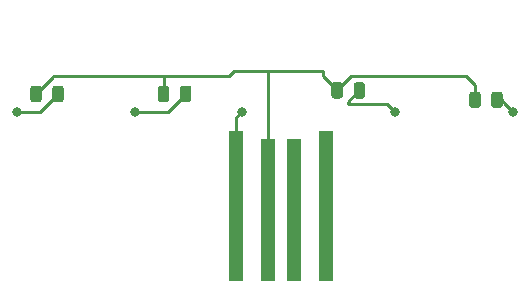
<source format=gbr>
%TF.GenerationSoftware,KiCad,Pcbnew,(5.1.9-0-10_14)*%
%TF.CreationDate,2021-02-22T22:45:40+08:00*%
%TF.ProjectId,sky_girlsday,736b795f-6769-4726-9c73-6461792e6b69,rev?*%
%TF.SameCoordinates,Original*%
%TF.FileFunction,Copper,L1,Top*%
%TF.FilePolarity,Positive*%
%FSLAX46Y46*%
G04 Gerber Fmt 4.6, Leading zero omitted, Abs format (unit mm)*
G04 Created by KiCad (PCBNEW (5.1.9-0-10_14)) date 2021-02-22 22:45:40*
%MOMM*%
%LPD*%
G01*
G04 APERTURE LIST*
%TA.AperFunction,SMDPad,CuDef*%
%ADD10R,1.270000X12.065000*%
%TD*%
%TA.AperFunction,SMDPad,CuDef*%
%ADD11R,1.270000X12.700000*%
%TD*%
%TA.AperFunction,ViaPad*%
%ADD12C,0.800000*%
%TD*%
%TA.AperFunction,Conductor*%
%ADD13C,0.250000*%
%TD*%
G04 APERTURE END LIST*
D10*
%TO.P,J1,4*%
%TO.N,GND*%
X110260500Y-148314800D03*
%TO.P,J1,3*%
%TO.N,N/C*%
X112419500Y-148314800D03*
D11*
%TO.P,J1,2*%
X115150000Y-148000000D03*
%TO.P,J1,1*%
%TO.N,+5V*%
X107530000Y-148000000D03*
%TD*%
%TO.P,D4,2*%
%TO.N,GND*%
%TA.AperFunction,SMDPad,CuDef*%
G36*
G01*
X128230000Y-138543750D02*
X128230000Y-139456250D01*
G75*
G02*
X127986250Y-139700000I-243750J0D01*
G01*
X127498750Y-139700000D01*
G75*
G02*
X127255000Y-139456250I0J243750D01*
G01*
X127255000Y-138543750D01*
G75*
G02*
X127498750Y-138300000I243750J0D01*
G01*
X127986250Y-138300000D01*
G75*
G02*
X128230000Y-138543750I0J-243750D01*
G01*
G37*
%TD.AperFunction*%
%TO.P,D4,1*%
%TO.N,Net-(D4-Pad1)*%
%TA.AperFunction,SMDPad,CuDef*%
G36*
G01*
X130105000Y-138543750D02*
X130105000Y-139456250D01*
G75*
G02*
X129861250Y-139700000I-243750J0D01*
G01*
X129373750Y-139700000D01*
G75*
G02*
X129130000Y-139456250I0J243750D01*
G01*
X129130000Y-138543750D01*
G75*
G02*
X129373750Y-138300000I243750J0D01*
G01*
X129861250Y-138300000D01*
G75*
G02*
X130105000Y-138543750I0J-243750D01*
G01*
G37*
%TD.AperFunction*%
%TD*%
%TO.P,D3,2*%
%TO.N,GND*%
%TA.AperFunction,SMDPad,CuDef*%
G36*
G01*
X116562500Y-137743750D02*
X116562500Y-138656250D01*
G75*
G02*
X116318750Y-138900000I-243750J0D01*
G01*
X115831250Y-138900000D01*
G75*
G02*
X115587500Y-138656250I0J243750D01*
G01*
X115587500Y-137743750D01*
G75*
G02*
X115831250Y-137500000I243750J0D01*
G01*
X116318750Y-137500000D01*
G75*
G02*
X116562500Y-137743750I0J-243750D01*
G01*
G37*
%TD.AperFunction*%
%TO.P,D3,1*%
%TO.N,Net-(D3-Pad1)*%
%TA.AperFunction,SMDPad,CuDef*%
G36*
G01*
X118437500Y-137743750D02*
X118437500Y-138656250D01*
G75*
G02*
X118193750Y-138900000I-243750J0D01*
G01*
X117706250Y-138900000D01*
G75*
G02*
X117462500Y-138656250I0J243750D01*
G01*
X117462500Y-137743750D01*
G75*
G02*
X117706250Y-137500000I243750J0D01*
G01*
X118193750Y-137500000D01*
G75*
G02*
X118437500Y-137743750I0J-243750D01*
G01*
G37*
%TD.AperFunction*%
%TD*%
%TO.P,D2,2*%
%TO.N,GND*%
%TA.AperFunction,SMDPad,CuDef*%
G36*
G01*
X101862500Y-138043750D02*
X101862500Y-138956250D01*
G75*
G02*
X101618750Y-139200000I-243750J0D01*
G01*
X101131250Y-139200000D01*
G75*
G02*
X100887500Y-138956250I0J243750D01*
G01*
X100887500Y-138043750D01*
G75*
G02*
X101131250Y-137800000I243750J0D01*
G01*
X101618750Y-137800000D01*
G75*
G02*
X101862500Y-138043750I0J-243750D01*
G01*
G37*
%TD.AperFunction*%
%TO.P,D2,1*%
%TO.N,Net-(D2-Pad1)*%
%TA.AperFunction,SMDPad,CuDef*%
G36*
G01*
X103737500Y-138043750D02*
X103737500Y-138956250D01*
G75*
G02*
X103493750Y-139200000I-243750J0D01*
G01*
X103006250Y-139200000D01*
G75*
G02*
X102762500Y-138956250I0J243750D01*
G01*
X102762500Y-138043750D01*
G75*
G02*
X103006250Y-137800000I243750J0D01*
G01*
X103493750Y-137800000D01*
G75*
G02*
X103737500Y-138043750I0J-243750D01*
G01*
G37*
%TD.AperFunction*%
%TD*%
%TO.P,D1,2*%
%TO.N,GND*%
%TA.AperFunction,SMDPad,CuDef*%
G36*
G01*
X91062500Y-138043750D02*
X91062500Y-138956250D01*
G75*
G02*
X90818750Y-139200000I-243750J0D01*
G01*
X90331250Y-139200000D01*
G75*
G02*
X90087500Y-138956250I0J243750D01*
G01*
X90087500Y-138043750D01*
G75*
G02*
X90331250Y-137800000I243750J0D01*
G01*
X90818750Y-137800000D01*
G75*
G02*
X91062500Y-138043750I0J-243750D01*
G01*
G37*
%TD.AperFunction*%
%TO.P,D1,1*%
%TO.N,Net-(D1-Pad1)*%
%TA.AperFunction,SMDPad,CuDef*%
G36*
G01*
X92937500Y-138043750D02*
X92937500Y-138956250D01*
G75*
G02*
X92693750Y-139200000I-243750J0D01*
G01*
X92206250Y-139200000D01*
G75*
G02*
X91962500Y-138956250I0J243750D01*
G01*
X91962500Y-138043750D01*
G75*
G02*
X92206250Y-137800000I243750J0D01*
G01*
X92693750Y-137800000D01*
G75*
G02*
X92937500Y-138043750I0J-243750D01*
G01*
G37*
%TD.AperFunction*%
%TD*%
D12*
%TO.N,Net-(D1-Pad1)*%
X89000000Y-140000000D03*
%TO.N,Net-(D2-Pad1)*%
X98992347Y-140007653D03*
%TO.N,Net-(D3-Pad1)*%
X121000000Y-140000000D03*
%TO.N,Net-(D4-Pad1)*%
X131000000Y-140000000D03*
%TO.N,+5V*%
X108000000Y-140000000D03*
%TD*%
D13*
%TO.N,Net-(D1-Pad1)*%
X89000000Y-140000000D02*
X90320000Y-140000000D01*
X90950000Y-140000000D02*
X90320000Y-140000000D01*
X92450000Y-138500000D02*
X90950000Y-140000000D01*
%TO.N,GND*%
X92000000Y-137075000D02*
X92000000Y-137000000D01*
X90575000Y-138500000D02*
X92000000Y-137075000D01*
X101375000Y-137025000D02*
X101350000Y-137000000D01*
X101375000Y-138500000D02*
X101375000Y-137025000D01*
X92000000Y-137000000D02*
X101350000Y-137000000D01*
X114894999Y-137019999D02*
X114894999Y-136574999D01*
X116075000Y-138200000D02*
X114894999Y-137019999D01*
X117275000Y-137000000D02*
X127000000Y-137000000D01*
X116075000Y-138200000D02*
X117275000Y-137000000D01*
X110260500Y-136610500D02*
X110224999Y-136574999D01*
X110260500Y-148314800D02*
X110260500Y-136610500D01*
X110224999Y-136574999D02*
X114894999Y-136574999D01*
X127742500Y-137742500D02*
X127000000Y-137000000D01*
X127742500Y-139000000D02*
X127742500Y-137742500D01*
X107325001Y-136574999D02*
X110224999Y-136574999D01*
X106900000Y-137000000D02*
X107325001Y-136574999D01*
X101350000Y-137000000D02*
X106900000Y-137000000D01*
%TO.N,Net-(D2-Pad1)*%
X98992347Y-140007653D02*
X101312347Y-140007653D01*
X101742347Y-140007653D02*
X101312347Y-140007653D01*
X103250000Y-138500000D02*
X101742347Y-140007653D01*
%TO.N,Net-(D3-Pad1)*%
X120320000Y-139320000D02*
X117000000Y-139320000D01*
X121000000Y-140000000D02*
X120320000Y-139320000D01*
X117000000Y-139150000D02*
X117000000Y-139320000D01*
X117950000Y-138200000D02*
X117000000Y-139150000D01*
%TO.N,Net-(D4-Pad1)*%
X131000000Y-140000000D02*
X130320000Y-139320000D01*
X130000000Y-139000000D02*
X130320000Y-139320000D01*
X129617500Y-139000000D02*
X130000000Y-139000000D01*
%TO.N,+5V*%
X108100000Y-139900000D02*
X108000000Y-140000000D01*
X107530000Y-140470000D02*
X108000000Y-140000000D01*
X107530000Y-148000000D02*
X107530000Y-140470000D01*
%TD*%
M02*

</source>
